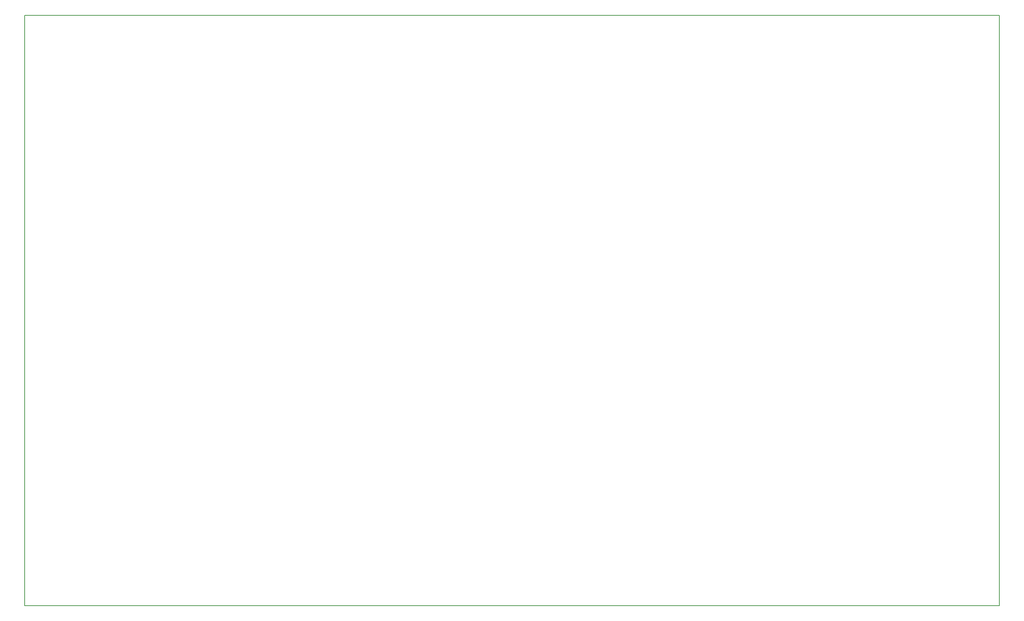
<source format=gbr>
G04 PROTEUS GERBER X2 FILE*
%TF.GenerationSoftware,Labcenter,Proteus,8.6-SP2-Build23525*%
%TF.CreationDate,2023-01-18T21:31:38+00:00*%
%TF.FileFunction,NonPlated,1,2,NPTH*%
%TF.FilePolarity,Positive*%
%TF.Part,Single*%
%FSLAX45Y45*%
%MOMM*%
G01*
%TA.AperFunction,Profile*%
%ADD16C,0.203200*%
%TD.AperFunction*%
D16*
X-11100000Y-7200000D02*
X+12000000Y-7200000D01*
X+12000000Y+6800000D01*
X-11100000Y+6800000D01*
X-11100000Y-7200000D01*
M02*

</source>
